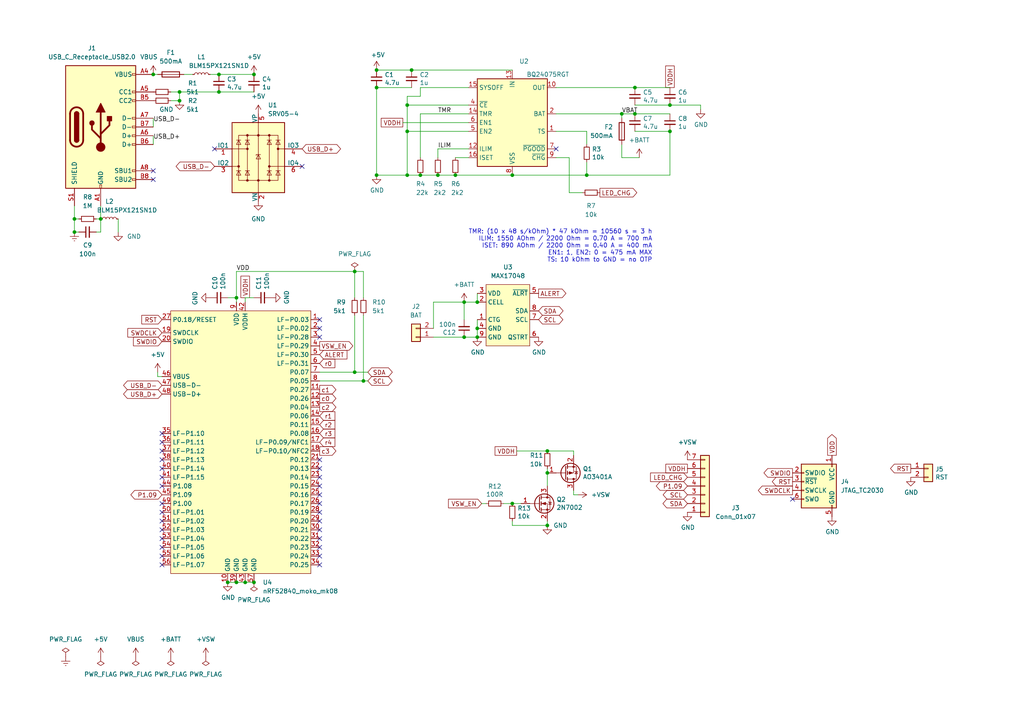
<source format=kicad_sch>
(kicad_sch (version 20211123) (generator eeschema)
  (paper "A4")
  (junction (at 44.45 21.59))
  (junction (at 138.43 97.79))
  (junction (at 312.42 52.07))
  (junction (at 184.15 25.4) (diameter 0.9144))
  (junction (at 194.31 38.1) (diameter 0.9144))
  (junction (at 307.34 59.69))
  (junction (at 312.42 113.03))
  (junction (at 158.75 152.4))
  (junction (at 71.12 168.91))
  (junction (at 21.59 67.31))
  (junction (at 326.39 59.69))
  (junction (at 127 50.8) (diameter 0.9144))
  (junction (at 194.31 30.48) (diameter 0.9144))
  (junction (at 118.11 38.1) (diameter 0.9144))
  (junction (at 134.62 87.63))
  (junction (at 158.75 137.16))
  (junction (at 184.15 33.02) (diameter 0.9144))
  (junction (at 345.44 39.37))
  (junction (at 180.34 33.02))
  (junction (at 350.52 92.71))
  (junction (at 326.39 39.37))
  (junction (at 148.59 146.05))
  (junction (at 109.22 25.4) (diameter 0.9144))
  (junction (at 52.07 26.67))
  (junction (at 29.21 63.5))
  (junction (at 66.04 168.91))
  (junction (at 331.47 92.71))
  (junction (at 312.42 31.75))
  (junction (at 102.87 107.95))
  (junction (at 345.44 80.01))
  (junction (at 138.43 87.63))
  (junction (at 138.43 95.25))
  (junction (at 364.49 39.37))
  (junction (at 21.59 63.5))
  (junction (at 109.22 20.32) (diameter 0.9144))
  (junction (at 68.58 168.91))
  (junction (at 158.75 130.81))
  (junction (at 148.59 50.8))
  (junction (at 331.47 31.75))
  (junction (at 63.5 26.67))
  (junction (at 121.92 50.8) (diameter 0.9144))
  (junction (at 73.66 21.59))
  (junction (at 118.11 50.8) (diameter 0.9144))
  (junction (at 307.34 80.01))
  (junction (at 68.58 86.36))
  (junction (at 350.52 52.07))
  (junction (at 350.52 31.75))
  (junction (at 102.87 78.74))
  (junction (at 134.62 97.79))
  (junction (at 345.44 59.69))
  (junction (at 307.34 39.37))
  (junction (at 331.47 52.07))
  (junction (at 132.08 50.8) (diameter 0.9144))
  (junction (at 105.41 110.49))
  (junction (at 331.47 72.39))
  (junction (at 52.07 29.21))
  (junction (at 63.5 21.59))
  (junction (at 170.18 50.8) (diameter 0.9144))
  (junction (at 118.11 30.48))
  (junction (at 109.22 50.8) (diameter 0.9144))
  (junction (at 312.42 72.39))
  (junction (at 312.42 92.71))
  (junction (at 119.38 20.32) (diameter 0.9144))
  (junction (at 73.66 168.91))
  (no_connect (at 44.45 49.53))
  (no_connect (at 92.71 97.79))
  (no_connect (at 161.29 43.18))
  (no_connect (at 92.71 92.71))
  (no_connect (at 229.87 144.78))
  (no_connect (at 46.99 125.73))
  (no_connect (at 46.99 128.27))
  (no_connect (at 46.99 130.81))
  (no_connect (at 46.99 133.35))
  (no_connect (at 46.99 135.89))
  (no_connect (at 46.99 163.83))
  (no_connect (at 46.99 138.43))
  (no_connect (at 46.99 140.97))
  (no_connect (at 46.99 146.05))
  (no_connect (at 46.99 148.59))
  (no_connect (at 46.99 151.13))
  (no_connect (at 46.99 153.67))
  (no_connect (at 46.99 156.21))
  (no_connect (at 46.99 158.75))
  (no_connect (at 46.99 161.29))
  (no_connect (at 92.71 133.35))
  (no_connect (at 92.71 135.89))
  (no_connect (at 92.71 95.25))
  (no_connect (at 92.71 138.43))
  (no_connect (at 92.71 161.29))
  (no_connect (at 92.71 158.75))
  (no_connect (at 92.71 156.21))
  (no_connect (at 92.71 153.67))
  (no_connect (at 92.71 151.13))
  (no_connect (at 92.71 148.59))
  (no_connect (at 92.71 146.05))
  (no_connect (at 92.71 143.51))
  (no_connect (at 92.71 140.97))
  (no_connect (at 62.23 43.18))
  (no_connect (at 87.63 48.26))
  (no_connect (at 44.45 52.07))
  (no_connect (at 92.71 163.83))
  (wire (pts (xy 326.39 39.37) (xy 326.39 59.69)))
  (wire (pts (xy 303.53 72.39) (xy 312.42 72.39)))
  (wire (pts (xy 71.12 168.91) (xy 73.66 168.91)))
  (wire (pts (xy 34.29 63.5) (xy 34.29 67.31)))
  (wire (pts (xy 121.92 50.8) (xy 127 50.8)))
  (wire (pts (xy 118.11 30.48) (xy 135.89 30.48)))
  (wire (pts (xy 68.58 78.74) (xy 102.87 78.74)))
  (wire (pts (xy 109.22 20.32) (xy 119.38 20.32)))
  (wire (pts (xy 139.7 146.05) (xy 140.97 146.05)))
  (wire (pts (xy 345.44 80.01) (xy 345.44 100.33)))
  (wire (pts (xy 331.47 52.07) (xy 350.52 52.07)))
  (wire (pts (xy 71.12 87.63) (xy 71.12 86.36)))
  (wire (pts (xy 158.75 140.97) (xy 158.75 137.16)))
  (wire (pts (xy 102.87 91.44) (xy 102.87 107.95)))
  (wire (pts (xy 350.52 31.75) (xy 369.57 31.75)))
  (wire (pts (xy 105.41 110.49) (xy 106.68 110.49)))
  (wire (pts (xy 312.42 113.03) (xy 350.52 113.03)))
  (wire (pts (xy 312.42 92.71) (xy 331.47 92.71)))
  (wire (pts (xy 161.29 33.02) (xy 180.34 33.02)))
  (wire (pts (xy 66.04 86.36) (xy 68.58 86.36)))
  (wire (pts (xy 203.2 30.48) (xy 194.31 30.48)))
  (wire (pts (xy 68.58 86.36) (xy 68.58 87.63)))
  (wire (pts (xy 165.1 55.88) (xy 168.91 55.88)))
  (wire (pts (xy 134.62 92.71) (xy 134.62 87.63)))
  (wire (pts (xy 134.62 97.79) (xy 138.43 97.79)))
  (wire (pts (xy 105.41 91.44) (xy 105.41 110.49)))
  (wire (pts (xy 180.34 45.72) (xy 185.42 45.72)))
  (wire (pts (xy 116.84 35.56) (xy 135.89 35.56)))
  (wire (pts (xy 121.92 33.02) (xy 135.89 33.02)))
  (wire (pts (xy 105.41 86.36) (xy 105.41 78.74)))
  (wire (pts (xy 127 50.8) (xy 132.08 50.8)))
  (wire (pts (xy 331.47 31.75) (xy 350.52 31.75)))
  (wire (pts (xy 118.11 30.48) (xy 118.11 38.1)))
  (wire (pts (xy 350.52 52.07) (xy 369.57 52.07)))
  (wire (pts (xy 184.15 38.1) (xy 194.31 38.1)))
  (wire (pts (xy 180.34 33.02) (xy 180.34 34.29)))
  (wire (pts (xy 345.44 59.69) (xy 345.44 80.01)))
  (wire (pts (xy 21.59 59.69) (xy 21.59 63.5)))
  (wire (pts (xy 161.29 25.4) (xy 184.15 25.4)))
  (wire (pts (xy 29.21 63.5) (xy 29.21 59.69)))
  (wire (pts (xy 127 43.18) (xy 135.89 43.18)))
  (wire (pts (xy 148.59 50.8) (xy 170.18 50.8)))
  (wire (pts (xy 158.75 151.13) (xy 158.75 152.4)))
  (wire (pts (xy 68.58 86.36) (xy 68.58 78.74)))
  (wire (pts (xy 180.34 41.91) (xy 180.34 45.72)))
  (wire (pts (xy 68.58 168.91) (xy 71.12 168.91)))
  (wire (pts (xy 350.52 92.71) (xy 369.57 92.71)))
  (wire (pts (xy 161.29 45.72) (xy 165.1 45.72)))
  (wire (pts (xy 170.18 46.99) (xy 170.18 50.8)))
  (wire (pts (xy 326.39 19.05) (xy 326.39 39.37)))
  (wire (pts (xy 166.37 130.81) (xy 166.37 132.08)))
  (wire (pts (xy 170.18 50.8) (xy 194.31 50.8)))
  (wire (pts (xy 63.5 26.67) (xy 73.66 26.67)))
  (wire (pts (xy 165.1 45.72) (xy 165.1 55.88)))
  (wire (pts (xy 27.94 63.5) (xy 29.21 63.5)))
  (wire (pts (xy 134.62 87.63) (xy 138.43 87.63)))
  (wire (pts (xy 105.41 110.49) (xy 92.71 110.49)))
  (wire (pts (xy 127 43.18) (xy 127 45.72)))
  (wire (pts (xy 49.53 26.67) (xy 52.07 26.67)))
  (wire (pts (xy 307.34 19.05) (xy 307.34 39.37)))
  (wire (pts (xy 52.07 26.67) (xy 63.5 26.67)))
  (wire (pts (xy 29.21 67.31) (xy 29.21 63.5)))
  (wire (pts (xy 49.53 29.21) (xy 52.07 29.21)))
  (wire (pts (xy 148.59 152.4) (xy 148.59 151.13)))
  (wire (pts (xy 125.73 97.79) (xy 134.62 97.79)))
  (wire (pts (xy 138.43 95.25) (xy 138.43 97.79)))
  (wire (pts (xy 326.39 59.69) (xy 326.39 80.01)))
  (wire (pts (xy 44.45 39.37) (xy 44.45 41.91)))
  (wire (pts (xy 119.38 20.32) (xy 148.59 20.32)))
  (wire (pts (xy 132.08 50.8) (xy 148.59 50.8)))
  (wire (pts (xy 167.64 143.51) (xy 166.37 143.51)))
  (wire (pts (xy 71.12 86.36) (xy 73.66 86.36)))
  (wire (pts (xy 194.31 50.8) (xy 194.31 38.1)))
  (wire (pts (xy 105.41 78.74) (xy 102.87 78.74)))
  (wire (pts (xy 44.45 21.59) (xy 45.72 21.59)))
  (wire (pts (xy 307.34 80.01) (xy 307.34 100.33)))
  (wire (pts (xy 138.43 85.09) (xy 138.43 87.63)))
  (wire (pts (xy 180.34 33.02) (xy 184.15 33.02)))
  (wire (pts (xy 170.18 41.91) (xy 170.18 38.1)))
  (wire (pts (xy 109.22 50.8) (xy 109.22 25.4)))
  (wire (pts (xy 166.37 143.51) (xy 166.37 142.24)))
  (wire (pts (xy 45.72 109.22) (xy 46.99 109.22)))
  (wire (pts (xy 138.43 92.71) (xy 138.43 95.25)))
  (wire (pts (xy 302.26 92.71) (xy 312.42 92.71)))
  (wire (pts (xy 121.92 27.94) (xy 118.11 27.94)))
  (wire (pts (xy 21.59 63.5) (xy 22.86 63.5)))
  (wire (pts (xy 125.73 95.25) (xy 125.73 87.63)))
  (wire (pts (xy 102.87 107.95) (xy 92.71 107.95)))
  (wire (pts (xy 45.72 107.95) (xy 45.72 109.22)))
  (wire (pts (xy 312.42 52.07) (xy 331.47 52.07)))
  (wire (pts (xy 44.45 34.29) (xy 44.45 36.83)))
  (wire (pts (xy 184.15 33.02) (xy 194.31 33.02)))
  (wire (pts (xy 184.15 25.4) (xy 194.31 25.4)))
  (wire (pts (xy 312.42 72.39) (xy 331.47 72.39)))
  (wire (pts (xy 345.44 19.05) (xy 345.44 39.37)))
  (wire (pts (xy 149.86 130.81) (xy 158.75 130.81)))
  (wire (pts (xy 52.07 26.67) (xy 52.07 29.21)))
  (wire (pts (xy 53.34 21.59) (xy 55.88 21.59)))
  (wire (pts (xy 158.75 135.89) (xy 158.75 137.16)))
  (wire (pts (xy 307.34 59.69) (xy 307.34 80.01)))
  (wire (pts (xy 146.05 146.05) (xy 148.59 146.05)))
  (wire (pts (xy 161.29 38.1) (xy 170.18 38.1)))
  (wire (pts (xy 135.89 25.4) (xy 121.92 25.4)))
  (wire (pts (xy 203.2 31.75) (xy 203.2 30.48)))
  (wire (pts (xy 303.53 31.75) (xy 312.42 31.75)))
  (wire (pts (xy 27.94 67.31) (xy 29.21 67.31)))
  (wire (pts (xy 158.75 130.81) (xy 166.37 130.81)))
  (wire (pts (xy 312.42 31.75) (xy 331.47 31.75)))
  (wire (pts (xy 148.59 146.05) (xy 151.13 146.05)))
  (wire (pts (xy 102.87 78.74) (xy 102.87 86.36)))
  (wire (pts (xy 303.53 52.07) (xy 312.42 52.07)))
  (wire (pts (xy 125.73 87.63) (xy 134.62 87.63)))
  (wire (pts (xy 21.59 67.31) (xy 22.86 67.31)))
  (wire (pts (xy 109.22 25.4) (xy 119.38 25.4)))
  (wire (pts (xy 109.22 50.8) (xy 118.11 50.8)))
  (wire (pts (xy 331.47 72.39) (xy 350.52 72.39)))
  (wire (pts (xy 118.11 50.8) (xy 121.92 50.8)))
  (wire (pts (xy 102.87 107.95) (xy 106.68 107.95)))
  (wire (pts (xy 21.59 63.5) (xy 21.59 67.31)))
  (wire (pts (xy 302.26 113.03) (xy 312.42 113.03)))
  (wire (pts (xy 364.49 39.37) (xy 364.49 80.01)))
  (wire (pts (xy 63.5 21.59) (xy 73.66 21.59)))
  (wire (pts (xy 158.75 152.4) (xy 148.59 152.4)))
  (wire (pts (xy 345.44 39.37) (xy 345.44 59.69)))
  (wire (pts (xy 364.49 19.05) (xy 364.49 39.37)))
  (wire (pts (xy 121.92 25.4) (xy 121.92 27.94)))
  (wire (pts (xy 331.47 92.71) (xy 350.52 92.71)))
  (wire (pts (xy 121.92 33.02) (xy 121.92 45.72)))
  (wire (pts (xy 118.11 38.1) (xy 118.11 50.8)))
  (wire (pts (xy 118.11 38.1) (xy 135.89 38.1)))
  (wire (pts (xy 66.04 168.91) (xy 68.58 168.91)))
  (wire (pts (xy 307.34 39.37) (xy 307.34 59.69)))
  (wire (pts (xy 60.96 21.59) (xy 63.5 21.59)))
  (wire (pts (xy 184.15 30.48) (xy 194.31 30.48)))
  (wire (pts (xy 118.11 27.94) (xy 118.11 30.48)))
  (wire (pts (xy 132.08 45.72) (xy 135.89 45.72)))
  (text "TMR: (10 x 48 s/kOhm) * 47 kOhm = 10560 s = 3 h\nILIM: 1550 AOhm / 2200 Ohm = 0.70 A = 700 mA\nISET: 890 AOhm / 2200 Ohm = 0.40 A = 400 mA\nEN1: 1, EN2: 0 = 475 mA MAX\nTS: 10 kOhm to GND = no OTP" (at 189.23 76.2 0) (effects (font (size 1.27 1.27)) (justify right bottom)))
  (label "VBAT" (at 180.34 33.02 0))
  (label "VDD" (at 68.58 78.74 0))
  (label "ILIM" (at 127 43.18 0))
  (label "TMR" (at 127 33.02 0))
  (label "USB_D-" (at 44.45 35.56 0))
  (label "USB_D+" (at 44.45 40.64 0))
  (global_label "VDDH" (shape passive) (at 199.39 135.89 180) (property "Intersheet References" "${INTERSHEET_REFS}" (effects hide)))
  (global_label "SDA" (shape bidirectional) (at 156.21 90.17 0) (property "Intersheet References" "${INTERSHEET_REFS}" (effects hide)))
  (global_label "LED_CHG" (shape output) (at 173.99 55.88 0) (property "Intersheet References" "${INTERSHEET_REFS}" (effects hide)))
  (global_label "r1" (shape input) (at 92.71 120.65 0) (property "Intersheet References" "${INTERSHEET_REFS}" (effects hide)))
  (global_label "SCL" (shape bidirectional) (at 199.39 143.51 180) (property "Intersheet References" "${INTERSHEET_REFS}" (effects hide)))
  (global_label "USB_D-" (shape bidirectional) (at 62.23 48.26 180) (property "Intersheet References" "${INTERSHEET_REFS}" (effects hide)))
  (global_label "r4" (shape input) (at 92.71 128.27 0) (property "Intersheet References" "${INTERSHEET_REFS}" (effects hide)))
  (global_label "P1.09" (shape bidirectional) (at 46.99 143.51 180) (property "Intersheet References" "${INTERSHEET_REFS}" (effects hide)))
  (global_label "USB_D+" (shape bidirectional) (at 46.99 114.3 180) (property "Intersheet References" "${INTERSHEET_REFS}" (effects hide)))
  (global_label "USB_D+" (shape bidirectional) (at 87.63 43.18 0) (property "Intersheet References" "${INTERSHEET_REFS}" (effects hide)))
  (global_label "SWDIO" (shape input) (at 46.99 99.06 180) (property "Intersheet References" "${INTERSHEET_REFS}" (effects hide)))
  (global_label "c3" (shape input) (at 364.49 19.05 180) (property "Intersheet References" "${INTERSHEET_REFS}" (effects hide)))
  (global_label "r2" (shape input) (at 92.71 123.19 0) (property "Intersheet References" "${INTERSHEET_REFS}" (effects hide)))
  (global_label "VSW_EN" (shape input) (at 139.7 146.05 180) (property "Intersheet References" "${INTERSHEET_REFS}" (effects hide)))
  (global_label "c0" (shape output) (at 92.71 115.57 0) (property "Intersheet References" "${INTERSHEET_REFS}" (effects hide)))
  (global_label "r3" (shape input) (at 92.71 125.73 0) (property "Intersheet References" "${INTERSHEET_REFS}" (effects hide)))
  (global_label "VSW_EN" (shape output) (at 92.71 100.33 0) (property "Intersheet References" "${INTERSHEET_REFS}" (effects hide)))
  (global_label "c2" (shape input) (at 345.44 19.05 180) (property "Intersheet References" "${INTERSHEET_REFS}" (effects hide)))
  (global_label "P1.09" (shape bidirectional) (at 199.39 140.97 180) (property "Intersheet References" "${INTERSHEET_REFS}" (effects hide)))
  (global_label "r0" (shape output) (at 303.53 31.75 180) (property "Intersheet References" "${INTERSHEET_REFS}" (effects hide)))
  (global_label "VDDH" (shape passive) (at 116.84 35.56 180) (property "Intersheet References" "${INTERSHEET_REFS}" (effects hide)))
  (global_label "c2" (shape output) (at 92.71 118.11 0) (property "Intersheet References" "${INTERSHEET_REFS}" (effects hide)))
  (global_label "SWDCLK" (shape input) (at 46.99 96.52 180) (property "Intersheet References" "${INTERSHEET_REFS}" (effects hide)))
  (global_label "LED_CHG" (shape input) (at 199.39 138.43 180) (property "Intersheet References" "${INTERSHEET_REFS}" (effects hide)))
  (global_label "r3" (shape output) (at 302.26 92.71 180) (property "Intersheet References" "${INTERSHEET_REFS}" (effects hide)))
  (global_label "RST" (shape input) (at 46.99 92.71 180) (property "Intersheet References" "${INTERSHEET_REFS}" (effects hide)))
  (global_label "SCL" (shape bidirectional) (at 106.68 110.49 0) (property "Intersheet References" "${INTERSHEET_REFS}" (effects hide)))
  (global_label "USB_D-" (shape bidirectional) (at 46.99 111.76 180) (property "Intersheet References" "${INTERSHEET_REFS}" (effects hide)))
  (global_label "c3" (shape output) (at 92.71 130.81 0) (property "Intersheet References" "${INTERSHEET_REFS}" (effects hide)))
  (global_label "VDD" (shape output) (at 241.3 132.08 90) (property "Intersheet References" "${INTERSHEET_REFS}" (effects hide)))
  (global_label "SDA" (shape bidirectional) (at 199.39 146.05 180) (property "Intersheet References" "${INTERSHEET_REFS}" (effects hide)))
  (global_label "r1" (shape output) (at 303.53 52.07 180) (property "Intersheet References" "${INTERSHEET_REFS}" (effects hide)))
  (global_label "SCL" (shape bidirectional) (at 156.21 92.71 0) (property "Intersheet References" "${INTERSHEET_REFS}" (effects hide)))
  (global_label "ALERT" (shape output) (at 156.21 85.09 0) (property "Intersheet References" "${INTERSHEET_REFS}" (effects hide)))
  (global_label "VDDH" (shape passive) (at 149.86 130.81 180) (property "Intersheet References" "${INTERSHEET_REFS}" (effects hide)))
  (global_label "r0" (shape input) (at 92.71 105.41 0) (property "Intersheet References" "${INTERSHEET_REFS}" (effects hide)))
  (global_label "r4" (shape output) (at 302.26 113.03 180) (property "Intersheet References" "${INTERSHEET_REFS}" (effects hide)))
  (global_label "SWDCLK" (shape output) (at 229.87 142.24 180) (property "Intersheet References" "${INTERSHEET_REFS}" (effects hide)))
  (global_label "RST" (shape output) (at 264.16 135.89 180) (property "Intersheet References" "${INTERSHEET_REFS}" (effects hide)))
  (global_label "r2" (shape output) (at 303.53 72.39 180) (property "Intersheet References" "${INTERSHEET_REFS}" (effects hide)))
  (global_label "RST" (shape output) (at 229.87 139.7 180) (property "Intersheet References" "${INTERSHEET_REFS}" (effects hide)))
  (global_label "SDA" (shape bidirectional) (at 106.68 107.95 0) (property "Intersheet References" "${INTERSHEET_REFS}" (effects hide)))
  (global_label "VDDH" (shape passive) (at 194.31 25.4 90) (property "Intersheet References" "${INTERSHEET_REFS}" (effects hide)))
  (global_label "SWDIO" (shape output) (at 229.87 137.16 180) (property "Intersheet References" "${INTERSHEET_REFS}" (effects hide)))
  (global_label "c0" (shape input) (at 307.34 19.05 180) (property "Intersheet References" "${INTERSHEET_REFS}" (effects hide)))
  (global_label "c1" (shape output) (at 92.71 113.03 0) (property "Intersheet References" "${INTERSHEET_REFS}" (effects hide)))
  (global_label "VDDH" (shape passive) (at 71.12 86.36 90) (property "Intersheet References" "${INTERSHEET_REFS}" (effects hide)))
  (global_label "ALERT" (shape input) (at 92.71 102.87 0) (property "Intersheet References" "${INTERSHEET_REFS}" (effects hide)))
  (global_label "c1" (shape input) (at 326.39 19.05 180) (property "Intersheet References" "${INTERSHEET_REFS}" (effects hide)))
  (symbol (lib_id "Switch:SW_Push_45deg") (at 347.98 102.87 0) (unit 1)
    (property "Reference" "SW17" (at 347.98 95.25 0))
    (property "Value" "SW" (at 347.98 97.79 0))
    (property "Footprint" "marbastlib-hitek:SW_HiTek_MX_1u" (effects hide))
  )
  (symbol (lib_id "Switch:SW_Push_45deg") (at 367.03 41.91 0) (unit 1)
    (property "Reference" "SW8" (at 367.03 34.29 0))
    (property "Value" "SW" (at 367.03 36.83 0))
    (property "Footprint" "marbastlib-hitek:SW_HiTek_MX_1u" (effects hide))
  )
  (symbol (lib_id "Diode:1N4148WT") (at 331.47 88.9 90) (unit 1)
    (property "Reference" "D13" (at 334.01 87.6299 90) (effects (justify right)))
    (property "Value" "1N4148WT" (at 334.01 90.1699 90) (effects (justify right)))
    (property "Footprint" "Diode_SMD:D_SOD-523" (effects hide))
    (property "Datasheet" "https://www.diodes.com/assets/Datasheets/ds30396.pdf" (effects hide))
  )
  (symbol (lib_id "Device:C_Small") (at 194.31 35.56 0) (unit 1)
    (property "Reference" "C8" (at 196.6468 34.3916 0) (effects (justify left)))
    (property "Value" "1u" (at 196.6468 36.703 0) (effects (justify left)))
    (property "Footprint" "Capacitor_SMD:C_0402_1005Metric" (effects hide))
    (property "LCSC" "C52923" (effects hide))
    (property "Notes" "X7R, 10%" (effects hide))
  )
  (symbol (lib_id "Device:R_Small") (at 105.41 88.9 180) (unit 1)
    (property "Reference" "R10" (at 107.95 87.6299 0) (effects (justify right)))
    (property "Value" "5k1" (at 107.95 90.1699 0) (effects (justify right)))
    (property "Footprint" "Resistor_SMD:R_0402_1005Metric" (effects hide))
  )
  (symbol (lib_id "power:Earth") (at 21.59 67.31 0) (unit 1)
    (property "Reference" "#PWR010" (effects hide))
    (property "Value" "Earth" (effects hide))
  )
  (symbol (lib_id "Transistor_FET:AO3401A") (at 163.83 137.16 0) (mirror x) (unit 1)
    (property "Reference" "Q1" (at 169.037 135.9916 0) (effects (justify left)))
    (property "Value" "AO3401A" (at 169.037 138.303 0) (effects (justify left)))
    (property "Footprint" "Package_TO_SOT_SMD:SOT-23" (effects hide))
    (property "Datasheet" "http://www.aosmd.com/pdfs/datasheet/AO3401A.pdf" (effects hide))
  )
  (symbol (lib_id "Switch:SW_Push_45deg") (at 328.93 41.91 0) (unit 1)
    (property "Reference" "SW6" (at 328.93 34.29 0))
    (property "Value" "SW" (at 328.93 36.83 0))
    (property "Footprint" "marbastlib-hitek:SW_HiTek_MX_1u" (effects hide))
  )
  (symbol (lib_id "Diode:1N4148WT") (at 369.57 88.9 90) (unit 1)
    (property "Reference" "D15" (at 372.11 87.6299 90) (effects (justify right)))
    (property "Value" "1N4148WT" (at 372.11 90.1699 90) (effects (justify right)))
    (property "Footprint" "Diode_SMD:D_SOD-523" (effects hide))
    (property "Datasheet" "https://www.diodes.com/assets/Datasheets/ds30396.pdf" (effects hide))
  )
  (symbol (lib_id "Switch:SW_Push_45deg") (at 309.88 21.59 0) (unit 1)
    (property "Reference" "SW1" (at 309.88 13.97 0))
    (property "Value" "SW" (at 309.88 16.51 0))
    (property "Footprint" "marbastlib-hitek:SW_HiTek_MX_1u" (effects hide))
  )
  (symbol (lib_id "Device:L_Small") (at 31.75 63.5 90) (unit 1)
    (property "Reference" "L2" (at 31.75 58.42 90))
    (property "Value" "BLM15PX121SN1D" (at 36.83 60.96 90))
    (property "Footprint" "Inductor_SMD:L_0402_1005Metric" (effects hide))
    (property "LCSC" "C88970" (effects hide))
  )
  (symbol (lib_id "Device:R_Small") (at 132.08 48.26 0) (unit 1)
    (property "Reference" "R6" (at 130.81 53.34 0) (effects (justify left)))
    (property "Value" "2k2" (at 130.81 55.88 0) (effects (justify left)))
    (property "Footprint" "Resistor_SMD:R_0402_1005Metric" (effects hide))
    (property "LCSC" "C25744" (effects hide))
  )
  (symbol (lib_id "Device:C_Small") (at 63.5 86.36 90) (unit 1)
    (property "Reference" "C10" (at 62.3316 84.0232 0) (effects (justify left)))
    (property "Value" "100n" (at 64.643 84.0232 0) (effects (justify left)))
    (property "Footprint" "Capacitor_SMD:C_0402_1005Metric" (effects hide))
    (property "LCSC" "C52923" (effects hide))
    (property "Notes" "X7R, 10%" (effects hide))
  )
  (symbol (lib_id "Device:C_Small") (at 25.4 67.31 90) (unit 1)
    (property "Reference" "C9" (at 25.4063 71.12 90))
    (property "Value" "100n" (at 25.4063 73.66 90))
    (property "Footprint" "Capacitor_SMD:C_0402_1005Metric" (effects hide))
  )
  (symbol (lib_id "marbastlib-various:MAX17048") (at 147.32 91.44 0) (unit 1)
    (property "Reference" "U3" (at 147.32 77.47 0))
    (property "Value" "MAX17048" (at 147.32 80.01 0))
    (property "Footprint" "Package_DFN_QFN:DFN-8-1EP_2x2mm_P0.5mm_EP0.7x1.3mm" (effects hide))
    (property "Datasheet" "https://datasheets.maximintegrated.com/en/ds/MAX17048-MAX17049.pdf" (effects hide))
  )
  (symbol (lib_id "Device:R_Small") (at 127 48.26 0) (unit 1)
    (property "Reference" "R5" (at 125.73 53.34 0) (effects (justify left)))
    (property "Value" "2k2" (at 125.73 55.88 0) (effects (justify left)))
    (property "Footprint" "Resistor_SMD:R_0402_1005Metric" (effects hide))
    (property "LCSC" "C25867" (effects hide))
  )
  (symbol (lib_id "Device:R_Small") (at 143.51 146.05 270) (unit 1)
    (property "Reference" "R12" (at 143.51 141.0716 90))
    (property "Value" "100R" (at 143.51 143.383 90))
    (property "Footprint" "Resistor_SMD:R_0402_1005Metric" (effects hide))
  )
  (symbol (lib_id "power:PWR_FLAG") (at 19.05 190.5 0) (unit 1)
    (property "Reference" "#FLG0104" (effects hide))
    (property "Value" "PWR_FLAG" (at 19.05 185.42 0))
  )
  (symbol (lib_id "power:VBUS") (at 39.37 190.5 0) (unit 1)
    (property "Reference" "#PWR0103" (effects hide))
    (property "Value" "VBUS" (at 39.37 185.42 0))
  )
  (symbol (lib_id "power:PWR_FLAG") (at 102.87 78.74 0) (unit 1)
    (property "Reference" "#FLG0102" (effects hide))
    (property "Value" "PWR_FLAG" (at 102.87 73.66 0))
  )
  (symbol (lib_id "power:GND") (at 60.96 86.36 270) (unit 1)
    (property "Reference" "#PWR012" (effects hide))
    (property "Value" "GND" (at 56.5658 86.487 0))
  )
  (symbol (lib_id "Diode:1N4148WT") (at 350.52 109.22 90) (unit 1)
    (property "Reference" "D17" (at 353.06 107.9499 90) (effects (justify right)))
    (property "Value" "1N4148WT" (at 353.06 110.4899 90) (effects (justify right)))
    (property "Footprint" "Diode_SMD:D_SOD-523" (effects hide))
    (property "Datasheet" "https://www.diodes.com/assets/Datasheets/ds30396.pdf" (effects hide))
  )
  (symbol (lib_id "power:Earth") (at 19.05 190.5 0) (unit 1)
    (property "Reference" "#PWR0102" (effects hide))
    (property "Value" "Earth" (effects hide))
  )
  (symbol (lib_id "Device:C_Small") (at 119.38 22.86 0) (unit 1)
    (property "Reference" "C2" (at 121.7168 21.6916 0) (effects (justify left)))
    (property "Value" "1u" (at 121.7168 24.003 0) (effects (justify left)))
    (property "Footprint" "Capacitor_SMD:C_0402_1005Metric" (effects hide))
    (property "LCSC" "C52923" (effects hide))
    (property "Notes" "X7R, 10%" (effects hide))
  )
  (symbol (lib_id "power:GND") (at 241.3 149.86 0) (unit 1)
    (property "Reference" "#PWR022" (effects hide))
    (property "Value" "GND" (at 241.427 154.2542 0))
  )
  (symbol (lib_id "Power_Protection:SRV05-4") (at 74.93 45.72 0) (unit 1)
    (property "Reference" "U1" (at 77.6987 30.48 0) (effects (justify left)))
    (property "Value" "SRV05-4" (at 77.6987 33.02 0) (effects (justify left)))
    (property "Footprint" "Package_TO_SOT_SMD:SOT-23-6" (effects hide))
    (property "Datasheet" "http://www.onsemi.com/pub/Collateral/SRV05-4-D.PDF" (effects hide))
  )
  (symbol (lib_id "Device:C_Small") (at 184.15 27.94 0) (unit 1)
    (property "Reference" "C5" (at 186.4868 26.7716 0) (effects (justify left)))
    (property "Value" "4.7u" (at 186.4868 29.083 0) (effects (justify left)))
    (property "Footprint" "Capacitor_SMD:C_0402_1005Metric" (effects hide))
    (property "LCSC" "C23733" (effects hide))
    (property "Notes" "X7R, 10%" (effects hide))
  )
  (symbol (lib_id "Diode:1N4148WT") (at 350.52 48.26 90) (unit 1)
    (property "Reference" "D7" (at 353.06 46.9899 90) (effects (justify right)))
    (property "Value" "1N4148WT" (at 353.06 49.5299 90) (effects (justify right)))
    (property "Footprint" "Diode_SMD:D_SOD-523" (effects hide))
    (property "Datasheet" "https://www.diodes.com/assets/Datasheets/ds30396.pdf" (effects hide))
  )
  (symbol (lib_id "Switch:SW_Push_45deg") (at 309.88 82.55 0) (unit 1)
    (property "Reference" "SW12" (at 309.88 74.93 0))
    (property "Value" "SW" (at 309.88 77.47 0))
    (property "Footprint" "marbastlib-hitek:SW_HiTek_MX_1u" (effects hide))
  )
  (symbol (lib_id "Switch:SW_Push_45deg") (at 309.88 41.91 0) (unit 1)
    (property "Reference" "SW5" (at 309.88 34.29 0))
    (property "Value" "SW" (at 309.88 36.83 0))
    (property "Footprint" "marbastlib-hitek:SW_HiTek_MX_1u" (effects hide))
  )
  (symbol (lib_id "Switch:SW_Push_45deg") (at 309.88 102.87 0) (unit 1)
    (property "Reference" "SW16" (at 309.88 95.25 0))
    (property "Value" "SW" (at 309.88 97.79 0))
    (property "Footprint" "marbastlib-hitek:SW_HiTek_MX_1u" (effects hide))
  )
  (symbol (lib_id "Diode:1N4148WT") (at 331.47 27.94 90) (unit 1)
    (property "Reference" "D2" (at 334.01 26.6699 90) (effects (justify right)))
    (property "Value" "1N4148WT" (at 334.01 29.2099 90) (effects (justify right)))
    (property "Footprint" "Diode_SMD:D_SOD-523" (effects hide))
    (property "Datasheet" "https://www.diodes.com/assets/Datasheets/ds30396.pdf" (effects hide))
  )
  (symbol (lib_id "Device:C_Small") (at 134.62 95.25 180) (unit 1)
    (property "Reference" "C12" (at 132.2832 96.4184 0) (effects (justify left)))
    (property "Value" "100n" (at 132.2832 94.107 0) (effects (justify left)))
    (property "Footprint" "Capacitor_SMD:C_0402_1005Metric" (effects hide))
    (property "LCSC" "C52923" (effects hide))
    (property "Notes" "X7R, 10%" (effects hide))
  )
  (symbol (lib_id "power:GND") (at 74.93 58.42 0) (unit 1)
    (property "Reference" "#PWR07" (effects hide))
    (property "Value" "GND" (at 74.93 63.5 0))
  )
  (symbol (lib_id "marbastlib-various:nRF52840_moko_mk08") (at 69.85 128.27 0) (unit 1)
    (property "Reference" "U4" (at 76.2 168.91 0) (effects (justify left)))
    (property "Value" "nRF52840_moko_mk08" (at 76.2 171.45 0) (effects (justify left)))
    (property "Footprint" "marbastlib-various:nRF52840_moko_mk08" (effects hide))
    (property "Datasheet" "https://www.mokoblue.com/wp-content/uploads/2021/07/MK08_Bluetooth_Module_Datasheet-V1.0-20112601.pdf" (effects hide))
  )
  (symbol (lib_id "Device:R_Small") (at 158.75 133.35 180) (unit 1)
    (property "Reference" "R11" (at 153.67 132.08 0) (effects (justify right)))
    (property "Value" "10k" (at 153.67 134.62 0) (effects (justify right)))
    (property "Footprint" "Resistor_SMD:R_0402_1005Metric" (effects hide))
  )
  (symbol (lib_id "Device:R_Small") (at 121.92 48.26 0) (unit 1)
    (property "Reference" "R4" (at 120.65 53.34 0) (effects (justify left)))
    (property "Value" "22k" (at 120.65 55.88 0) (effects (justify left)))
    (property "Footprint" "Resistor_SMD:R_0402_1005Metric" (effects hide))
    (property "LCSC" "C25792" (effects hide))
  )
  (symbol (lib_id "Switch:SW_Push_45deg") (at 328.93 62.23 0) (unit 1)
    (property "Reference" "SW10" (at 328.93 54.61 0))
    (property "Value" "SW" (at 328.93 57.15 0))
    (property "Footprint" "marbastlib-hitek:SW_HiTek_MX_1u" (effects hide))
  )
  (symbol (lib_id "Device:R_Small") (at 46.99 29.21 90) (unit 1)
    (property "Reference" "R2" (at 55.88 29.21 90))
    (property "Value" "5k1" (at 55.88 31.75 90))
    (property "Footprint" "Resistor_SMD:R_0402_1005Metric" (effects hide))
  )
  (symbol (lib_id "power:+BATT") (at 49.53 190.5 0) (unit 1)
    (property "Reference" "#PWR0104" (effects hide))
    (property "Value" "+BATT" (at 49.53 185.42 0))
  )
  (symbol (lib_id "Switch:SW_Push_45deg") (at 347.98 41.91 0) (unit 1)
    (property "Reference" "SW7" (at 347.98 34.29 0))
    (property "Value" "SW" (at 347.98 36.83 0))
    (property "Footprint" "marbastlib-hitek:SW_HiTek_MX_1u" (effects hide))
  )
  (symbol (lib_id "Device:R_Small") (at 170.18 44.45 0) (unit 1)
    (property "Reference" "R3" (at 171.6786 43.2816 0) (effects (justify left)))
    (property "Value" "10k" (at 171.6786 45.593 0) (effects (justify left)))
    (property "Footprint" "Resistor_SMD:R_0402_1005Metric" (effects hide))
    (property "LCSC" "C25744" (effects hide))
  )
  (symbol (lib_id "power:GND") (at 158.75 152.4 0) (unit 1)
    (property "Reference" "#PWR023" (effects hide))
    (property "Value" "GND" (at 162.56 152.4 0))
  )
  (symbol (lib_id "power:+VSW") (at 167.64 143.51 270) (unit 1)
    (property "Reference" "#PWR019" (effects hide))
    (property "Value" "+VSW" (at 171.45 143.5099 90) (effects (justify left)))
  )
  (symbol (lib_id "Device:R_Small") (at 148.59 148.59 0) (unit 1)
    (property "Reference" "R13" (at 150.0886 147.4216 0) (effects (justify left)))
    (property "Value" "10k" (at 150.0886 149.733 0) (effects (justify left)))
    (property "Footprint" "Resistor_SMD:R_0402_1005Metric" (effects hide))
  )
  (symbol (lib_id "Device:R_Small") (at 46.99 26.67 90) (unit 1)
    (property "Reference" "R1" (at 55.88 24.13 90))
    (property "Value" "5k1" (at 55.88 26.67 90))
    (property "Footprint" "Resistor_SMD:R_0402_1005Metric" (effects hide))
  )
  (symbol (lib_id "power:PWR_FLAG") (at 29.21 190.5 180) (unit 1)
    (property "Reference" "#FLG0103" (effects hide))
    (property "Value" "PWR_FLAG" (at 29.21 195.58 0))
  )
  (symbol (lib_id "power:+5V") (at 73.66 21.59 0) (unit 1)
    (property "Reference" "#PWR04" (effects hide))
    (property "Value" "+5V" (at 73.66 16.51 0))
  )
  (symbol (lib_id "power:GND") (at 78.74 86.36 90) (unit 1)
    (property "Reference" "#PWR013" (effects hide))
    (property "Value" "GND" (at 83.1342 86.233 0))
  )
  (symbol (lib_id "power:GND") (at 264.16 138.43 0) (unit 1)
    (property "Reference" "#PWR018" (effects hide))
    (property "Value" "GND" (at 264.287 142.8242 0))
  )
  (symbol (lib_id "Diode:1N4148WT") (at 331.47 68.58 90) (unit 1)
    (property "Reference" "D10" (at 334.01 67.3099 90) (effects (justify right)))
    (property "Value" "1N4148WT" (at 334.01 69.8499 90) (effects (justify right)))
    (property "Footprint" "Diode_SMD:D_SOD-523" (effects hide))
    (property "Datasheet" "https://www.diodes.com/assets/Datasheets/ds30396.pdf" (effects hide))
  )
  (symbol (lib_id "Switch:SW_Push_45deg") (at 328.93 21.59 0) (unit 1)
    (property "Reference" "SW2" (at 328.93 13.97 0))
    (property "Value" "SW" (at 328.93 16.51 0))
    (property "Footprint" "marbastlib-hitek:SW_HiTek_MX_1u" (effects hide))
  )
  (symbol (lib_id "power:+5V") (at 45.72 107.95 0) (unit 1)
    (property "Reference" "#PWR017" (effects hide))
    (property "Value" "+5V" (at 45.72 102.87 0))
  )
  (symbol (lib_id "marbastlib-mx:MX_stab") (at 377.19 41.91 0) (unit 1)
    (property "Reference" "S1" (at 372.11 34.29 0) (effects (justify left)))
    (property "Value" "MX_stab" (at 372.11 36.83 0) (effects (justify left)))
    (property "Footprint" "marbastlib-mx:STAB_MX_P_2u" (effects hide))
  )
  (symbol (lib_id "Switch:SW_Push_45deg") (at 347.98 21.59 0) (unit 1)
    (property "Reference" "SW3" (at 347.98 13.97 0))
    (property "Value" "SW" (at 347.98 16.51 0))
    (property "Footprint" "marbastlib-hitek:SW_HiTek_MX_1u" (effects hide))
  )
  (symbol (lib_id "power:+BATT") (at 185.42 45.72 0) (unit 1)
    (property "Reference" "#PWR08" (effects hide))
    (property "Value" "+BATT" (at 185.42 40.64 0))
  )
  (symbol (lib_id "Device:C_Small") (at 109.22 22.86 0) (unit 1)
    (property "Reference" "C1" (at 111.5568 21.6916 0) (effects (justify left)))
    (property "Value" "4.7u" (at 111.5568 24.003 0) (effects (justify left)))
    (property "Footprint" "Capacitor_SMD:C_0402_1005Metric" (effects hide))
    (property "LCSC" "C23733" (effects hide))
    (property "Notes" "X7R, 10%" (effects hide))
  )
  (symbol (lib_id "Device:C_Small") (at 194.31 27.94 0) (unit 1)
    (property "Reference" "C6" (at 196.6468 26.7716 0) (effects (justify left)))
    (property "Value" "1u" (at 196.6468 29.083 0) (effects (justify left)))
    (property "Footprint" "Capacitor_SMD:C_0402_1005Metric" (effects hide))
    (property "LCSC" "C52923" (effects hide))
    (property "Notes" "X7R, 10%" (effects hide))
  )
  (symbol (lib_id "Device:L_Small") (at 58.42 21.59 90) (unit 1)
    (property "Reference" "L1" (at 58.42 16.51 90))
    (property "Value" "BLM15PX121SN1D" (at 63.5 19.05 90))
    (property "Footprint" "Inductor_SMD:L_0402_1005Metric" (effects hide))
    (property "LCSC" "C88970" (effects hide))
  )
  (symbol (lib_id "Transistor_FET:2N7002") (at 156.21 146.05 0) (unit 1)
    (property "Reference" "Q2" (at 161.3916 144.8816 0) (effects (justify left)))
    (property "Value" "2N7002" (at 161.3916 147.193 0) (effects (justify left)))
    (property "Footprint" "Package_TO_SOT_SMD:SOT-23" (effects hide))
    (property "Datasheet" "https://www.onsemi.com/pub/Collateral/NDS7002A-D.PDF" (effects hide))
  )
  (symbol (lib_id "Diode:1N4148WT") (at 369.57 48.26 90) (unit 1)
    (property "Reference" "D8" (at 372.11 46.9899 90) (effects (justify right)))
    (property "Value" "1N4148WT" (at 372.11 49.5299 90) (effects (justify right)))
    (property "Footprint" "Diode_SMD:D_SOD-523" (effects hide))
    (property "Datasheet" "https://www.diodes.com/assets/Datasheets/ds30396.pdf" (effects hide))
  )
  (symbol (lib_id "Device:C_Small") (at 63.5 24.13 0) (unit 1)
    (property "Reference" "C3" (at 65.8368 22.9616 0) (effects (justify left)))
    (property "Value" "4.7u" (at 65.8368 25.273 0) (effects (justify left)))
    (property "Footprint" "Capacitor_SMD:C_0402_1005Metric" (effects hide))
    (property "LCSC" "C23733" (effects hide))
    (property "Notes" "X7R, 10%" (effects hide))
  )
  (symbol (lib_id "Switch:SW_Push_45deg") (at 347.98 62.23 0) (unit 1)
    (property "Reference" "SW11" (at 347.98 54.61 0))
    (property "Value" "SW" (at 347.98 57.15 0))
    (property "Footprint" "marbastlib-hitek:SW_HiTek_MX_1u" (effects hide))
  )
  (symbol (lib_id "Diode:1N4148WT") (at 350.52 68.58 90) (unit 1)
    (property "Reference" "D11" (at 353.06 67.3099 90) (effects (justify right)))
    (property "Value" "1N4148WT" (at 353.06 69.8499 90) (effects (justify right)))
    (property "Footprint" "Diode_SMD:D_SOD-523" (effects hide))
    (property "Datasheet" "https://www.diodes.com/assets/Datasheets/ds30396.pdf" (effects hide))
  )
  (symbol (lib_id "Switch:SW_Push_45deg") (at 328.93 82.55 0) (unit 1)
    (property "Reference" "SW13" (at 328.93 74.93 0))
    (property "Value" "SW" (at 328.93 77.47 0))
    (property "Footprint" "marbastlib-hitek:SW_HiTek_MX_1u" (effects hide))
  )
  (symbol (lib_id "Device:C_Small") (at 184.15 35.56 0) (unit 1)
    (property "Reference" "C7" (at 186.4868 34.3916 0) (effects (justify left)))
    (property "Value" "4.7u" (at 186.4868 36.703 0) (effects (justify left)))
    (property "Footprint" "Capacitor_SMD:C_0402_1005Metric" (effects hide))
    (property "LCSC" "C23733" (effects hide))
    (property "Notes" "X7R, 10%" (effects hide))
  )
  (symbol (lib_id "Device:R_Small") (at 171.45 55.88 90) (unit 1)
    (property "Reference" "R7" (at 171.45 59.69 90))
    (property "Value" "10k" (at 171.45 62.23 90))
    (property "Footprint" "Resistor_SMD:R_0402_1005Metric" (effects hide))
    (property "LCSC" "C25744" (effects hide))
  )
  (symbol (lib_id "power:PWR_FLAG") (at 39.37 190.5 180) (unit 1)
    (property "Reference" "#FLG0105" (effects hide))
    (property "Value" "PWR_FLAG" (at 39.37 195.58 0))
  )
  (symbol (lib_id "power:GND") (at 203.2 31.75 0) (unit 1)
    (property "Reference" "#PWR06" (effects hide))
    (property "Value" "GND" (at 203.327 36.1442 0))
  )
  (symbol (lib_id "power:+5V") (at 74.93 33.02 0) (unit 1)
    (property "Reference" "#PWR01" (effects hide))
    (property "Value" "+5V" (at 74.93 27.94 0))
  )
  (symbol (lib_id "power:GND") (at 156.21 97.79 0) (unit 1)
    (property "Reference" "#PWR016" (effects hide))
    (property "Value" "GND" (at 156.337 102.1842 0))
  )
  (symbol (lib_id "Diode:1N4148WT") (at 312.42 48.26 90) (unit 1)
    (property "Reference" "D5" (at 314.96 46.9899 90) (effects (justify right)))
    (property "Value" "1N4148WT" (at 314.96 49.5299 90) (effects (justify right)))
    (property "Footprint" "Diode_SMD:D_SOD-523" (effects hide))
    (property "Datasheet" "https://www.diodes.com/assets/Datasheets/ds30396.pdf" (effects hide))
  )
  (symbol (lib_id "Diode:1N4148WT") (at 350.52 88.9 90) (unit 1)
    (property "Reference" "D14" (at 353.06 87.6299 90) (effects (justify right)))
    (property "Value" "1N4148WT" (at 353.06 90.1699 90) (effects (justify right)))
    (property "Footprint" "Diode_SMD:D_SOD-523" (effects hide))
    (property "Datasheet" "https://www.diodes.com/assets/Datasheets/ds30396.pdf" (effects hide))
  )
  (symbol (lib_id "Device:Fuse") (at 49.53 21.59 90) (unit 1)
    (property "Reference" "F1" (at 49.53 15.24 90))
    (property "Value" "500mA" (at 49.53 17.78 90))
    (property "Footprint" "Fuse:Fuse_0603_1608Metric" (effects hide))
  )
  (symbol (lib_id "Connector_Generic:Conn_01x07") (at 204.47 140.97 0) (mirror x) (unit 1)
    (property "Reference" "J3" (at 213.36 147.32 0))
    (property "Value" "Conn_01x07" (at 213.36 149.86 0))
    (property "Footprint" "Connector_Molex:Molex_PicoBlade_53048-0710_1x07_P1.25mm_Horizontal" (effects hide))
  )
  (symbol (lib_id "Device:R_Small") (at 102.87 88.9 180) (unit 1)
    (property "Reference" "R9" (at 100.33 87.6299 0) (effects (justify left)))
    (property "Value" "5k1" (at 100.33 90.1699 0) (effects (justify left)))
    (property "Footprint" "Resistor_SMD:R_0402_1005Metric" (effects hide))
  )
  (symbol (lib_id "marbastlib-various:JTAG_TC2030") (at 236.22 142.24 0) (unit 1)
    (property "Reference" "J4" (at 243.84 139.6999 0) (effects (justify left)))
    (property "Value" "JTAG_TC2030" (at 243.84 142.2399 0) (effects (justify left)))
    (property "Footprint" "marbastlib-various:CON_TC2030_outlined" (effects hide))
    (property "Datasheet" " ~" (effects hide))
  )
  (symbol (lib_id "power:GND") (at 109.22 50.8 0) (unit 1)
    (property "Reference" "#PWR09" (effects hide))
    (property "Value" "GND" (at 109.347 55.1942 0))
  )
  (symbol (lib_id "power:GND") (at 138.43 97.79 0) (unit 1)
    (property "Reference" "#PWR015" (effects hide))
    (property "Value" "GND" (at 138.557 102.1842 0))
  )
  (symbol (lib_id "power:GND") (at 66.04 168.91 0) (unit 1)
    (property "Reference" "#PWR024" (effects hide))
    (property "Value" "GND" (at 66.167 173.3042 0))
  )
  (symbol (lib_id "Battery_Management:BQ24075RGT") (at 148.59 35.56 0) (unit 1)
    (property "Reference" "U2" (at 150.6094 17.78 0) (effects (justify left)))
    (property "Value" "BQ24075RGT" (at 165.1 21.59 0) (effects (justify right)))
    (property "Footprint" "Package_DFN_QFN:VQFN-16-1EP_3x3mm_P0.5mm_EP1.6x1.6mm" (effects hide))
    (property "Datasheet" "http://www.ti.com/lit/ds/symlink/bq24075.pdf" (effects hide))
  )
  (symbol (lib_id "power:+VSW") (at 199.39 133.35 0) (unit 1)
    (property "Reference" "#PWR020" (effects hide))
    (property "Value" "+VSW" (at 199.39 128.27 0))
  )
  (symbol (lib_id "Switch:SW_Push_45deg") (at 347.98 82.55 0) (unit 1)
    (property "Reference" "SW14" (at 347.98 74.93 0))
    (property "Value" "SW" (at 347.98 77.47 0))
    (property "Footprint" "marbastlib-hitek:SW_HiTek_MX_1u" (effects hide))
  )
  (symbol (lib_id "power:PWR_FLAG") (at 73.66 168.91 180) (unit 1)
    (property "Reference" "#FLG0101" (effects hide))
    (property "Value" "PWR_FLAG" (at 73.66 173.99 0))
  )
  (symbol (lib_id "power:GND") (at 52.07 29.21 0) (unit 1)
    (property "Reference" "#PWR05" (effects hide))
    (property "Value" "GND" (at 48.26 31.75 0))
  )
  (symbol (lib_id "Device:C_Small") (at 76.2 86.36 90) (unit 1)
    (property "Reference" "C11" (at 75.0316 84.0232 0) (effects (justify left)))
    (property "Value" "100n" (at 77.343 84.0232 0) (effects (justify left)))
    (property "Footprint" "Capacitor_SMD:C_0402_1005Metric" (effects hide))
    (property "LCSC" "C52923" (effects hide))
    (property "Notes" "X7R, 10%" (effects hide))
  )
  (symbol (lib_id "Diode:1N4148WT") (at 312.42 27.94 90) (unit 1)
    (property "Reference" "D1" (at 314.96 26.6699 90) (effects (justify right)))
    (property "Value" "1N4148WT" (at 314.96 29.2099 90) (effects (justify right)))
    (property "Footprint" "Diode_SMD:D_SOD-523" (effects hide))
    (property "Datasheet" "https://www.diodes.com/assets/Datasheets/ds30396.pdf" (effects hide))
  )
  (symbol (lib_id "Diode:1N4148WT") (at 312.42 68.58 90) (unit 1)
    (property "Reference" "D9" (at 314.96 67.3099 90) (effects (justify right)))
    (property "Value" "1N4148WT" (at 314.96 69.8499 90) (effects (justify right)))
    (property "Footprint" "Diode_SMD:D_SOD-523" (effects hide))
    (property "Datasheet" "https://www.diodes.com/assets/Datasheets/ds30396.pdf" (effects hide))
  )
  (symbol (lib_id "Connector_Generic:Conn_01x02") (at 120.65 97.79 180) (unit 1)
    (property "Reference" "J2" (at 120.65 88.9 0))
    (property "Value" "BAT" (at 120.65 91.44 0))
    (property "Footprint" "Connector_Molex:Molex_PicoBlade_53048-0210_1x02_P1.25mm_Horizontal" (effects hide))
  )
  (symbol (lib_id "marbastlib-mx:MX_stab") (at 358.14 102.87 0) (unit 1)
    (property "Reference" "S3" (at 353.06 95.25 0) (effects (justify left)))
    (property "Value" "MX_stab" (at 353.06 97.79 0) (effects (justify left)))
    (property "Footprint" "marbastlib-mx:STAB_MX_P_2u" (effects hide))
  )
  (symbol (lib_id "Switch:SW_Push_45deg") (at 367.03 21.59 0) (unit 1)
    (property "Reference" "SW4" (at 367.03 13.97 0))
    (property "Value" "SW" (at 367.03 16.51 0))
    (property "Footprint" "marbastlib-hitek:SW_HiTek_MX_1u" (effects hide))
  )
  (symbol (lib_id "power:+BATT") (at 134.62 87.63 0) (unit 1)
    (property "Reference" "#PWR014" (effects hide))
    (property "Value" "+BATT" (at 134.62 82.55 0))
  )
  (symbol (lib_id "marbastlib-mx:MX_stab") (at 377.19 82.55 0) (unit 1)
    (property "Reference" "S2" (at 372.11 74.93 0) (effects (justify left)))
    (property "Value" "MX_stab" (at 372.11 77.47 0) (effects (justify left)))
    (property "Footprint" "marbastlib-mx:STAB_MX_P_2u" (effects hide))
  )
  (symbol (lib_id "Diode:1N4148WT") (at 331.47 48.26 90) (unit 1)
    (property "Reference" "D6" (at 334.01 46.9899 90) (effects (justify right)))
    (property "Value" "1N4148WT" (at 334.01 49.5299 90) (effects (justify right)))
    (property "Footprint" "Diode_SMD:D_SOD-523" (effects hide))
    (property "Datasheet" "https://www.diodes.com/assets/Datasheets/ds30396.pdf" (effects hide))
  )
  (symbol (lib_id "Diode:1N4148WT") (at 369.57 27.94 90) (unit 1)
    (property "Reference" "D4" (at 372.11 26.6699 90) (effects (justify right)))
    (property "Value" "1N4148WT" (at 372.11 29.2099 90) (effects (justify right)))
    (property "Footprint" "Diode_SMD:D_SOD-523" (effects hide))
    (property "Datasheet" "https://www.diodes.com/assets/Datasheets/ds30396.pdf" (effects hide))
  )
  (symbol (lib_id "Diode:1N4148WT") (at 312.42 109.22 90) (unit 1)
    (property "Reference" "D16" (at 314.96 107.9499 90) (effects (justify right)))
    (property "Value" "1N4148WT" (at 314.96 110.4899 90) (effects (justify right)))
    (property "Footprint" "Diode_SMD:D_SOD-523" (effects hide))
    (property "Datasheet" "https://www.diodes.com/assets/Datasheets/ds30396.pdf" (effects hide))
  )
  (symbol (lib_id "power:PWR_FLAG") (at 49.53 190.5 180) (unit 1)
    (property "Reference" "#FLG0106" (effects hide))
    (property "Value" "PWR_FLAG" (at 49.53 195.58 0))
  )
  (symbol (lib_id "Switch:SW_Push_45deg") (at 367.03 82.55 0) (unit 1)
    (property "Reference" "SW15" (at 367.03 74.93 0))
    (property "Value" "SW" (at 367.03 77.47 0))
    (property "Footprint" "marbastlib-hitek:SW_HiTek_MX_1u" (effects hide))
  )
  (symbol (lib_id "Device:Fuse") (at 180.34 38.1 180) (unit 1)
    (property "Reference" "F2" (at 177.8 36.8299 0) (effects (justify left)))
    (property "Value" "500mA" (at 177.8 39.3699 0) (effects (justify left)))
    (property "Footprint" "Fuse:Fuse_0603_1608Metric" (effects hide))
  )
  (symbol (lib_id "Device:C_Small") (at 73.66 24.13 0) (unit 1)
    (property "Reference" "C4" (at 75.9968 22.9616 0) (effects (justify left)))
    (property "Value" "1u" (at 75.9968 25.273 0) (effects (justify left)))
    (property "Footprint" "Capacitor_SMD:C_0402_1005Metric" (effects hide))
    (property "LCSC" "C52923" (effects hide))
    (property "Notes" "X7R, 10%" (effects hide))
  )
  (symbol (lib_id "power:GND") (at 34.29 67.31 0) (unit 1)
    (property "Reference" "#PWR011" (effects hide))
    (property "Value" "GND" (at 36.83 68.5799 0) (effects (justify left)))
  )
  (symbol (lib_id "power:+5V") (at 29.21 190.5 0) (unit 1)
    (property "Reference" "#PWR0101" (effects hide))
    (property "Value" "+5V" (at 29.21 185.42 0))
  )
  (symbol (lib_id "Diode:1N4148WT") (at 350.52 27.94 90) (unit 1)
    (property "Reference" "D3" (at 353.06 26.6699 90) (effects (justify right)))
    (property "Value" "1N4148WT" (at 353.06 29.2099 90) (effects (justify right)))
    (property "Footprint" "Diode_SMD:D_SOD-523" (effects hide))
    (property "Datasheet" "https://www.diodes.com/assets/Datasheets/ds30396.pdf" (effects hide))
  )
  (symbol (lib_id "Connector:USB_C_Receptacle_USB2.0") (at 29.21 36.83 0) (unit 1)
    (property "Reference" "J1" (at 26.67 13.97 0))
    (property "Value" "USB_C_Receptacle_USB2.0" (at 26.67 16.51 0))
    (property "Footprint" "Connector_USB:USB_C_Receptacle_HRO_TYPE-C-31-M-12" (effects hide))
    (property "Datasheet" "https://www.usb.org/sites/default/files/documents/usb_type-c.zip" (effects hide))
  )
  (symbol (lib_id "Device:R_Small") (at 25.4 63.5 90) (unit 1)
    (property "Reference" "R8" (at 25.4 57.15 90))
    (property "Value" "1M" (at 25.4 59.69 90))
    (property "Footprint" "Resistor_SMD:R_0402_1005Metric" (effects hide))
  )
  (symbol (lib_id "power:+5V") (at 109.22 20.32 0) (unit 1)
    (property "Reference" "#PWR02" (effects hide))
    (property "Value" "+5V" (at 109.601 15.9258 0))
  )
  (symbol (lib_id "power:VBUS") (at 44.45 21.59 0) (unit 1)
    (property "Reference" "#PWR03" (effects hide))
    (property "Value" "VBUS" (at 43.18 16.51 0))
  )
  (symbol (lib_id "power:+VSW") (at 59.69 190.5 0) (unit 1)
    (property "Reference" "#PWR0105" (effects hide))
    (property "Value" "+VSW" (at 59.69 185.42 0))
  )
  (symbol (lib_id "Switch:SW_Push_45deg") (at 309.88 62.23 0) (unit 1)
    (property "Reference" "SW9" (at 309.88 54.61 0))
    (property "Value" "SW" (at 309.88 57.15 0))
    (property "Footprint" "marbastlib-hitek:SW_HiTek_MX_1u" (effects hide))
  )
  (symbol (lib_id "Connector_Generic:Conn_01x02") (at 269.24 135.89 0) (unit 1)
    (property "Reference" "J5" (at 271.272 136.0932 0) (effects (justify left)))
    (property "Value" "RST" (at 271.272 138.4046 0) (effects (justify left)))
    (property "Footprint" "Connector_PinHeader_2.54mm:PinHeader_1x02_P2.54mm_Vertical" (effects hide))
  )
  (symbol (lib_id "power:PWR_FLAG") (at 59.69 190.5 180) (unit 1)
    (property "Reference" "#FLG0107" (effects hide))
    (property "Value" "PWR_FLAG" (at 59.69 195.58 0))
  )
  (symbol (lib_id "power:GND") (at 199.39 148.59 0) (unit 1)
    (property "Reference" "#PWR021" (effects hide))
    (property "Value" "GND" (at 199.517 152.9842 0))
  )
  (symbol (lib_id "Diode:1N4148WT") (at 312.42 88.9 90) (unit 1)
    (property "Reference" "D12" (at 314.96 87.6299 90) (effects (justify right)))
    (property "Value" "1N4148WT" (at 314.96 90.1699 90) (effects (justify right)))
    (property "Footprint" "Diode_SMD:D_SOD-523" (effects hide))
    (property "Datasheet" "https://www.diodes.com/assets/Datasheets/ds30396.pdf" (effects hide))
  )
)
</source>
